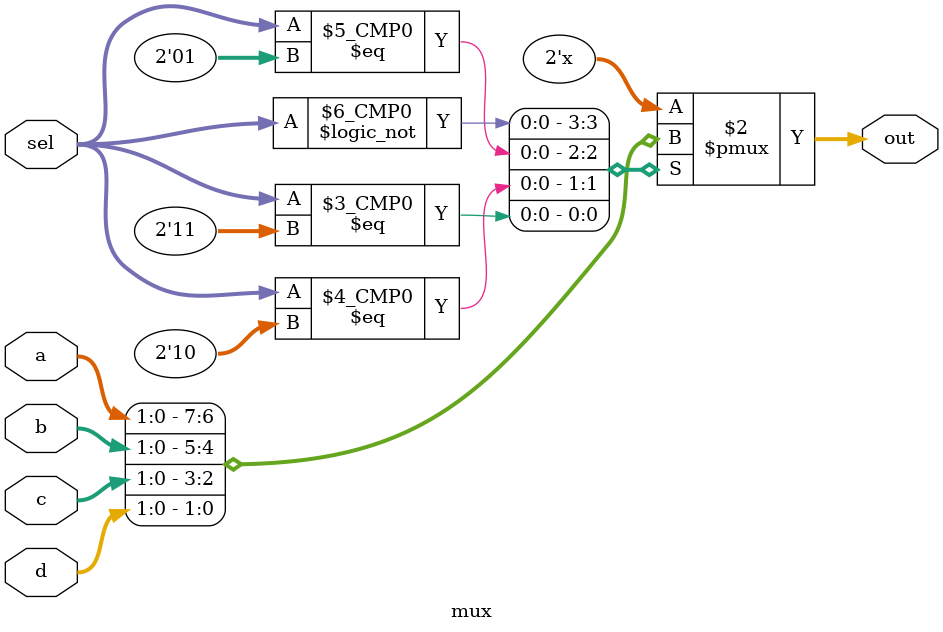
<source format=sv>
module mux(input[1:0] a, b, c ,d, sel, output reg[1:0] out);
	always @(*) begin
		case(sel)
			2'b00: out = a;
			2'b01: out = b;
			2'b10: out = c;
			2'b11: out = d;
		endcase
	end
endmodule

</source>
